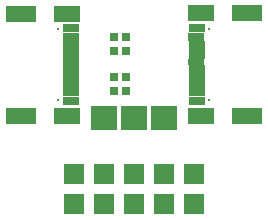
<source format=gts>
G04*
G04 #@! TF.GenerationSoftware,Altium Limited,Altium Designer,18.1.7 (191)*
G04*
G04 Layer_Color=8388736*
%FSLAX44Y44*%
%MOMM*%
G71*
G01*
G75*
%ADD15R,0.8032X0.8032*%
%ADD16R,1.3532X0.8032*%
%ADD17R,1.3532X0.5032*%
%ADD18R,1.8032X1.8032*%
%ADD19R,2.2032X2.0032*%
%ADD20C,0.2032*%
%ADD21R,2.2032X1.4032*%
%ADD22R,2.5032X1.4032*%
D15*
X1233080Y408000D02*
D03*
X1222920D02*
D03*
X1233080Y442000D02*
D03*
X1222920D02*
D03*
X1233080Y454000D02*
D03*
X1222920D02*
D03*
X1233080Y420000D02*
D03*
X1222920D02*
D03*
D16*
X1293030Y461410D02*
D03*
X1293000Y453910D02*
D03*
X1293030Y406910D02*
D03*
Y399410D02*
D03*
X1186970Y399410D02*
D03*
X1187000Y406910D02*
D03*
X1186970Y453910D02*
D03*
Y461410D02*
D03*
D17*
X1293030Y447910D02*
D03*
Y442910D02*
D03*
Y437910D02*
D03*
X1293000Y432910D02*
D03*
X1293030Y427910D02*
D03*
Y422910D02*
D03*
Y417910D02*
D03*
Y412910D02*
D03*
X1186970D02*
D03*
Y417910D02*
D03*
Y422910D02*
D03*
X1187000Y427910D02*
D03*
X1186970Y432910D02*
D03*
Y437910D02*
D03*
Y442910D02*
D03*
Y447910D02*
D03*
D18*
X1189200Y337700D02*
D03*
X1214600D02*
D03*
X1240000D02*
D03*
X1265400D02*
D03*
X1290800D02*
D03*
Y312300D02*
D03*
X1265400D02*
D03*
X1240000D02*
D03*
X1214600D02*
D03*
X1189200D02*
D03*
D19*
X1265400Y385000D02*
D03*
X1240000D02*
D03*
X1214600D02*
D03*
D20*
X1304000Y460410D02*
D03*
Y400410D02*
D03*
X1176000Y400410D02*
D03*
Y460410D02*
D03*
D21*
X1296830Y473710D02*
D03*
Y387210D02*
D03*
X1183170Y387110D02*
D03*
Y473610D02*
D03*
D22*
X1335430Y473710D02*
D03*
Y387210D02*
D03*
X1144570Y387110D02*
D03*
Y473610D02*
D03*
M02*

</source>
